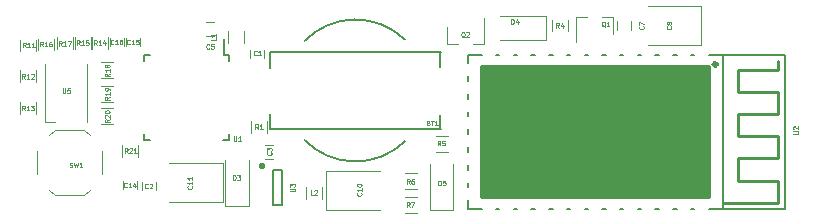
<source format=gbr>
G04 #@! TF.FileFunction,Legend,Top*
%FSLAX46Y46*%
G04 Gerber Fmt 4.6, Leading zero omitted, Abs format (unit mm)*
G04 Created by KiCad (PCBNEW 4.0.6) date 09/09/17 21:27:57*
%MOMM*%
%LPD*%
G01*
G04 APERTURE LIST*
%ADD10C,0.100000*%
%ADD11C,0.127000*%
%ADD12C,0.254000*%
%ADD13C,0.381000*%
%ADD14C,0.150000*%
%ADD15C,0.120000*%
%ADD16C,0.200000*%
%ADD17C,0.080000*%
G04 APERTURE END LIST*
D10*
D11*
X204900000Y-66500000D02*
X204900000Y-79500000D01*
X204900000Y-79500000D02*
X199590000Y-79500000D01*
X199590000Y-66500000D02*
X204900000Y-66500000D01*
D12*
X199750000Y-79000000D02*
X204250000Y-79000000D01*
X204250000Y-79000000D02*
X204250000Y-77125000D01*
X204250000Y-77125000D02*
X200875000Y-77125000D01*
X200875000Y-77125000D02*
X200875000Y-75250000D01*
X200875000Y-75250000D02*
X204250000Y-75250000D01*
X204250000Y-75250000D02*
X204250000Y-73375000D01*
X204250000Y-73375000D02*
X200875000Y-73375000D01*
X200875000Y-73375000D02*
X200875000Y-71500000D01*
X200875000Y-71500000D02*
X204250000Y-71500000D01*
X204250000Y-71500000D02*
X204250000Y-69625000D01*
X204250000Y-69625000D02*
X200875000Y-69625000D01*
X200875000Y-69625000D02*
X200875000Y-67750000D01*
X200875000Y-67750000D02*
X204250000Y-67750000D01*
X204250000Y-67750000D02*
X204250000Y-67006000D01*
D13*
X199082000Y-67285000D02*
G75*
G03X199082000Y-67285000I-127000J0D01*
G01*
D11*
X199590000Y-79500000D02*
X199590000Y-66500000D01*
D13*
G36*
X198383500Y-67534180D02*
X198383500Y-78461000D01*
X179207560Y-78461000D01*
X179207560Y-67534180D01*
X198383500Y-67534180D01*
G37*
X198383500Y-67534180D02*
X198383500Y-78461000D01*
X179207560Y-78461000D01*
X179207560Y-67534180D01*
X198383500Y-67534180D01*
D11*
X178000000Y-78800000D02*
X178000000Y-79500000D01*
X178000000Y-79500000D02*
X179200000Y-79500000D01*
X180400000Y-79500000D02*
X180700000Y-79500000D01*
X181900000Y-79500000D02*
X182200000Y-79500000D01*
X183400000Y-79500000D02*
X183700000Y-79500000D01*
X184900000Y-79500000D02*
X185200000Y-79500000D01*
X186400000Y-79500000D02*
X186700000Y-79500000D01*
X187900000Y-79500000D02*
X188200000Y-79500000D01*
X189400000Y-79500000D02*
X189700000Y-79500000D01*
X190900000Y-79500000D02*
X191200000Y-79500000D01*
X192400000Y-79500000D02*
X192700000Y-79500000D01*
X193900000Y-79500000D02*
X194200000Y-79500000D01*
X195400000Y-79500000D02*
X195700000Y-79500000D01*
X196900000Y-79500000D02*
X197200000Y-79500000D01*
X198400000Y-79500000D02*
X199590000Y-79500000D01*
X198400000Y-66500000D02*
X199590000Y-66500000D01*
X196900000Y-66500000D02*
X197200000Y-66500000D01*
X195400000Y-66500000D02*
X195700000Y-66500000D01*
X193900000Y-66500000D02*
X194200000Y-66500000D01*
X192400000Y-66500000D02*
X192700000Y-66500000D01*
X190900000Y-66500000D02*
X191200000Y-66500000D01*
X189400000Y-66500000D02*
X189700000Y-66500000D01*
X187900000Y-66500000D02*
X188200000Y-66500000D01*
X186400000Y-66500000D02*
X186700000Y-66500000D01*
X184900000Y-66500000D02*
X185200000Y-66500000D01*
X183400000Y-66500000D02*
X183700000Y-66500000D01*
X181900000Y-66500000D02*
X182200000Y-66500000D01*
X180400000Y-66500000D02*
X180700000Y-66500000D01*
X179200000Y-66500000D02*
X178000000Y-66500000D01*
X178000000Y-66500000D02*
X178000000Y-67200000D01*
X178000000Y-68300000D02*
X178000000Y-68700000D01*
X178000000Y-69800000D02*
X178000000Y-70200000D01*
X178000000Y-71300000D02*
X178000000Y-71700000D01*
X178000000Y-72800000D02*
X178000000Y-73200000D01*
X178000000Y-74300000D02*
X178000000Y-74700000D01*
X178000000Y-75800000D02*
X178000000Y-76200000D01*
X178000000Y-77300000D02*
X178000000Y-77700000D01*
D14*
X175700000Y-66300000D02*
X175700000Y-67500000D01*
X161300000Y-72700000D02*
X161300000Y-71500000D01*
X175700000Y-72700000D02*
X175700000Y-71600000D01*
X161300000Y-66300000D02*
X161300000Y-67600000D01*
X164200000Y-73700000D02*
G75*
G03X172700000Y-73800000I4300000J4200000D01*
G01*
X172700000Y-65200000D02*
G75*
G03X164200000Y-65300000I-4200000J-4300000D01*
G01*
X175710000Y-72740000D02*
X161290000Y-72740000D01*
X161290000Y-66260000D02*
X175710000Y-66260000D01*
D15*
X159600000Y-66750000D02*
X159600000Y-66050000D01*
X160800000Y-66050000D02*
X160800000Y-66750000D01*
X148800000Y-77850000D02*
X148800000Y-77150000D01*
X150000000Y-77150000D02*
X150000000Y-77850000D01*
X161550000Y-75300000D02*
X160850000Y-75300000D01*
X160850000Y-74100000D02*
X161550000Y-74100000D01*
X155850000Y-63700000D02*
X156550000Y-63700000D01*
X156550000Y-64900000D02*
X155850000Y-64900000D01*
X190650000Y-64350000D02*
X190650000Y-63650000D01*
X191850000Y-63650000D02*
X191850000Y-64350000D01*
X197800000Y-65650000D02*
X193250000Y-65650000D01*
X197800000Y-62350000D02*
X193250000Y-62350000D01*
X197800000Y-65650000D02*
X197800000Y-62350000D01*
X166000000Y-76350000D02*
X170550000Y-76350000D01*
X166000000Y-79650000D02*
X170550000Y-79650000D01*
X166000000Y-76350000D02*
X166000000Y-79650000D01*
X157300000Y-78950000D02*
X152750000Y-78950000D01*
X157300000Y-75650000D02*
X152750000Y-75650000D01*
X157300000Y-78950000D02*
X157300000Y-75650000D01*
X151600000Y-77250000D02*
X151600000Y-77950000D01*
X150400000Y-77950000D02*
X150400000Y-77250000D01*
X149100000Y-65750000D02*
X149100000Y-65050000D01*
X150300000Y-65050000D02*
X150300000Y-65750000D01*
X147700000Y-65750000D02*
X147700000Y-65050000D01*
X148900000Y-65050000D02*
X148900000Y-65750000D01*
X157500000Y-79250000D02*
X159500000Y-79250000D01*
X159500000Y-79250000D02*
X159500000Y-75350000D01*
X157500000Y-79250000D02*
X157500000Y-75350000D01*
X184650000Y-65200000D02*
X184650000Y-63200000D01*
X184650000Y-63200000D02*
X180750000Y-63200000D01*
X184650000Y-65200000D02*
X180750000Y-65200000D01*
X174800000Y-79650000D02*
X176800000Y-79650000D01*
X176800000Y-79650000D02*
X176800000Y-75750000D01*
X174800000Y-79650000D02*
X174800000Y-75750000D01*
X159080000Y-64500000D02*
X159080000Y-65500000D01*
X157720000Y-65500000D02*
X157720000Y-64500000D01*
X165680000Y-77700000D02*
X165680000Y-78700000D01*
X164320000Y-78700000D02*
X164320000Y-77700000D01*
X190330000Y-63240000D02*
X189400000Y-63240000D01*
X187170000Y-63240000D02*
X188100000Y-63240000D01*
X187170000Y-63240000D02*
X187170000Y-65400000D01*
X190330000Y-63240000D02*
X190330000Y-64700000D01*
X176220000Y-65560000D02*
X177150000Y-65560000D01*
X179380000Y-65560000D02*
X178450000Y-65560000D01*
X179380000Y-65560000D02*
X179380000Y-63400000D01*
X176220000Y-65560000D02*
X176220000Y-64100000D01*
X159620000Y-73100000D02*
X159620000Y-72100000D01*
X160980000Y-72100000D02*
X160980000Y-73100000D01*
X186480000Y-63500000D02*
X186480000Y-64500000D01*
X185120000Y-64500000D02*
X185120000Y-63500000D01*
X176300000Y-74680000D02*
X175300000Y-74680000D01*
X175300000Y-73320000D02*
X176300000Y-73320000D01*
X173700000Y-79880000D02*
X172700000Y-79880000D01*
X172700000Y-78520000D02*
X173700000Y-78520000D01*
X172700000Y-76520000D02*
X173700000Y-76520000D01*
X173700000Y-77880000D02*
X172700000Y-77880000D01*
X140120000Y-66200000D02*
X140120000Y-65200000D01*
X141480000Y-65200000D02*
X141480000Y-66200000D01*
X141480000Y-67800000D02*
X141480000Y-68800000D01*
X140120000Y-68800000D02*
X140120000Y-67800000D01*
X141480000Y-70500000D02*
X141480000Y-71500000D01*
X140120000Y-71500000D02*
X140120000Y-70500000D01*
X146220000Y-66000000D02*
X146220000Y-65000000D01*
X147580000Y-65000000D02*
X147580000Y-66000000D01*
X144720000Y-66000000D02*
X144720000Y-65000000D01*
X146080000Y-65000000D02*
X146080000Y-66000000D01*
X141620000Y-66100000D02*
X141620000Y-65100000D01*
X142980000Y-65100000D02*
X142980000Y-66100000D01*
X143220000Y-66000000D02*
X143220000Y-65000000D01*
X144580000Y-65000000D02*
X144580000Y-66000000D01*
X148000000Y-68480000D02*
X147000000Y-68480000D01*
X147000000Y-67120000D02*
X148000000Y-67120000D01*
X148000000Y-70480000D02*
X147000000Y-70480000D01*
X147000000Y-69120000D02*
X148000000Y-69120000D01*
X148000000Y-72380000D02*
X147000000Y-72380000D01*
X147000000Y-71020000D02*
X148000000Y-71020000D01*
X148720000Y-75100000D02*
X148720000Y-74100000D01*
X150080000Y-74100000D02*
X150080000Y-75100000D01*
X146000000Y-73300000D02*
X145550000Y-72850000D01*
X142600000Y-73300000D02*
X143050000Y-72850000D01*
X142600000Y-77900000D02*
X143050000Y-78350000D01*
X146000000Y-77900000D02*
X145550000Y-78350000D01*
X141550000Y-76600000D02*
X141550000Y-74600000D01*
X145550000Y-72850000D02*
X143050000Y-72850000D01*
X147050000Y-76600000D02*
X147050000Y-74600000D01*
X145550000Y-78350000D02*
X143050000Y-78350000D01*
D14*
X157825000Y-66475000D02*
X157375000Y-66475000D01*
X157825000Y-73725000D02*
X157300000Y-73725000D01*
X150575000Y-73725000D02*
X151100000Y-73725000D01*
X150575000Y-66475000D02*
X151100000Y-66475000D01*
X157825000Y-66475000D02*
X157825000Y-67000000D01*
X150575000Y-66475000D02*
X150575000Y-67000000D01*
X150575000Y-73725000D02*
X150575000Y-73200000D01*
X157825000Y-73725000D02*
X157825000Y-73200000D01*
X157375000Y-66475000D02*
X157375000Y-65100000D01*
D16*
X161500000Y-76200000D02*
X162300000Y-76200000D01*
X162300000Y-76200000D02*
X162300000Y-79200000D01*
X162300000Y-79200000D02*
X161500000Y-79200000D01*
X161500000Y-79200000D02*
X161500000Y-76200000D01*
X160800000Y-75900000D02*
G75*
G03X160800000Y-75900000I-200000J0D01*
G01*
X160400000Y-75900000D02*
X160600000Y-75800000D01*
X160600000Y-75800000D02*
X160800000Y-75900000D01*
X160800000Y-75900000D02*
X160500000Y-76000000D01*
D15*
X142200000Y-72150000D02*
X143100000Y-72150000D01*
X145800000Y-72150000D02*
X145800000Y-67250000D01*
X142200000Y-67250000D02*
X142200000Y-72150000D01*
D17*
X205575252Y-73177557D02*
X205899062Y-73177557D01*
X205937157Y-73158509D01*
X205956205Y-73139462D01*
X205975252Y-73101366D01*
X205975252Y-73025176D01*
X205956205Y-72987081D01*
X205937157Y-72968033D01*
X205899062Y-72948985D01*
X205575252Y-72948985D01*
X205613348Y-72777557D02*
X205594300Y-72758509D01*
X205575252Y-72720414D01*
X205575252Y-72625176D01*
X205594300Y-72587080D01*
X205613348Y-72568033D01*
X205651443Y-72548985D01*
X205689538Y-72548985D01*
X205746681Y-72568033D01*
X205975252Y-72796604D01*
X205975252Y-72548985D01*
X174691714Y-72234429D02*
X174748857Y-72253476D01*
X174767905Y-72272524D01*
X174786953Y-72310619D01*
X174786953Y-72367762D01*
X174767905Y-72405857D01*
X174748857Y-72424905D01*
X174710762Y-72443952D01*
X174558381Y-72443952D01*
X174558381Y-72043952D01*
X174691714Y-72043952D01*
X174729810Y-72063000D01*
X174748857Y-72082048D01*
X174767905Y-72120143D01*
X174767905Y-72158238D01*
X174748857Y-72196333D01*
X174729810Y-72215381D01*
X174691714Y-72234429D01*
X174558381Y-72234429D01*
X174901238Y-72043952D02*
X175129810Y-72043952D01*
X175015524Y-72443952D02*
X175015524Y-72043952D01*
X175472667Y-72443952D02*
X175244095Y-72443952D01*
X175358381Y-72443952D02*
X175358381Y-72043952D01*
X175320286Y-72101095D01*
X175282191Y-72139190D01*
X175244095Y-72158238D01*
X160143834Y-66500357D02*
X160124786Y-66519405D01*
X160067643Y-66538452D01*
X160029548Y-66538452D01*
X159972405Y-66519405D01*
X159934310Y-66481310D01*
X159915262Y-66443214D01*
X159896214Y-66367024D01*
X159896214Y-66309881D01*
X159915262Y-66233690D01*
X159934310Y-66195595D01*
X159972405Y-66157500D01*
X160029548Y-66138452D01*
X160067643Y-66138452D01*
X160124786Y-66157500D01*
X160143834Y-66176548D01*
X160524786Y-66538452D02*
X160296214Y-66538452D01*
X160410500Y-66538452D02*
X160410500Y-66138452D01*
X160372405Y-66195595D01*
X160334310Y-66233690D01*
X160296214Y-66252738D01*
X150936334Y-77739857D02*
X150917286Y-77758905D01*
X150860143Y-77777952D01*
X150822048Y-77777952D01*
X150764905Y-77758905D01*
X150726810Y-77720810D01*
X150707762Y-77682714D01*
X150688714Y-77606524D01*
X150688714Y-77549381D01*
X150707762Y-77473190D01*
X150726810Y-77435095D01*
X150764905Y-77397000D01*
X150822048Y-77377952D01*
X150860143Y-77377952D01*
X150917286Y-77397000D01*
X150936334Y-77416048D01*
X151088714Y-77416048D02*
X151107762Y-77397000D01*
X151145857Y-77377952D01*
X151241095Y-77377952D01*
X151279191Y-77397000D01*
X151298238Y-77416048D01*
X151317286Y-77454143D01*
X151317286Y-77492238D01*
X151298238Y-77549381D01*
X151069667Y-77777952D01*
X151317286Y-77777952D01*
X161369357Y-74742666D02*
X161388405Y-74761714D01*
X161407452Y-74818857D01*
X161407452Y-74856952D01*
X161388405Y-74914095D01*
X161350310Y-74952190D01*
X161312214Y-74971238D01*
X161236024Y-74990286D01*
X161178881Y-74990286D01*
X161102690Y-74971238D01*
X161064595Y-74952190D01*
X161026500Y-74914095D01*
X161007452Y-74856952D01*
X161007452Y-74818857D01*
X161026500Y-74761714D01*
X161045548Y-74742666D01*
X161007452Y-74609333D02*
X161007452Y-74361714D01*
X161159833Y-74495047D01*
X161159833Y-74437905D01*
X161178881Y-74399809D01*
X161197929Y-74380762D01*
X161236024Y-74361714D01*
X161331262Y-74361714D01*
X161369357Y-74380762D01*
X161388405Y-74399809D01*
X161407452Y-74437905D01*
X161407452Y-74552190D01*
X161388405Y-74590286D01*
X161369357Y-74609333D01*
X156133334Y-65942857D02*
X156114286Y-65961905D01*
X156057143Y-65980952D01*
X156019048Y-65980952D01*
X155961905Y-65961905D01*
X155923810Y-65923810D01*
X155904762Y-65885714D01*
X155885714Y-65809524D01*
X155885714Y-65752381D01*
X155904762Y-65676190D01*
X155923810Y-65638095D01*
X155961905Y-65600000D01*
X156019048Y-65580952D01*
X156057143Y-65580952D01*
X156114286Y-65600000D01*
X156133334Y-65619048D01*
X156495238Y-65580952D02*
X156304762Y-65580952D01*
X156285714Y-65771429D01*
X156304762Y-65752381D01*
X156342857Y-65733333D01*
X156438095Y-65733333D01*
X156476191Y-65752381D01*
X156495238Y-65771429D01*
X156514286Y-65809524D01*
X156514286Y-65904762D01*
X156495238Y-65942857D01*
X156476191Y-65961905D01*
X156438095Y-65980952D01*
X156342857Y-65980952D01*
X156304762Y-65961905D01*
X156285714Y-65942857D01*
X192892857Y-64066666D02*
X192911905Y-64085714D01*
X192930952Y-64142857D01*
X192930952Y-64180952D01*
X192911905Y-64238095D01*
X192873810Y-64276190D01*
X192835714Y-64295238D01*
X192759524Y-64314286D01*
X192702381Y-64314286D01*
X192626190Y-64295238D01*
X192588095Y-64276190D01*
X192550000Y-64238095D01*
X192530952Y-64180952D01*
X192530952Y-64142857D01*
X192550000Y-64085714D01*
X192569048Y-64066666D01*
X192530952Y-63933333D02*
X192530952Y-63666666D01*
X192930952Y-63838095D01*
X195214857Y-64074666D02*
X195233905Y-64093714D01*
X195252952Y-64150857D01*
X195252952Y-64188952D01*
X195233905Y-64246095D01*
X195195810Y-64284190D01*
X195157714Y-64303238D01*
X195081524Y-64322286D01*
X195024381Y-64322286D01*
X194948190Y-64303238D01*
X194910095Y-64284190D01*
X194872000Y-64246095D01*
X194852952Y-64188952D01*
X194852952Y-64150857D01*
X194872000Y-64093714D01*
X194891048Y-64074666D01*
X195024381Y-63846095D02*
X195005333Y-63884190D01*
X194986286Y-63903238D01*
X194948190Y-63922286D01*
X194929143Y-63922286D01*
X194891048Y-63903238D01*
X194872000Y-63884190D01*
X194852952Y-63846095D01*
X194852952Y-63769905D01*
X194872000Y-63731809D01*
X194891048Y-63712762D01*
X194929143Y-63693714D01*
X194948190Y-63693714D01*
X194986286Y-63712762D01*
X195005333Y-63731809D01*
X195024381Y-63769905D01*
X195024381Y-63846095D01*
X195043429Y-63884190D01*
X195062476Y-63903238D01*
X195100571Y-63922286D01*
X195176762Y-63922286D01*
X195214857Y-63903238D01*
X195233905Y-63884190D01*
X195252952Y-63846095D01*
X195252952Y-63769905D01*
X195233905Y-63731809D01*
X195214857Y-63712762D01*
X195176762Y-63693714D01*
X195100571Y-63693714D01*
X195062476Y-63712762D01*
X195043429Y-63731809D01*
X195024381Y-63769905D01*
X168989357Y-78171642D02*
X169008405Y-78190690D01*
X169027452Y-78247833D01*
X169027452Y-78285928D01*
X169008405Y-78343071D01*
X168970310Y-78381166D01*
X168932214Y-78400214D01*
X168856024Y-78419262D01*
X168798881Y-78419262D01*
X168722690Y-78400214D01*
X168684595Y-78381166D01*
X168646500Y-78343071D01*
X168627452Y-78285928D01*
X168627452Y-78247833D01*
X168646500Y-78190690D01*
X168665548Y-78171642D01*
X169027452Y-77790690D02*
X169027452Y-78019262D01*
X169027452Y-77904976D02*
X168627452Y-77904976D01*
X168684595Y-77943071D01*
X168722690Y-77981166D01*
X168741738Y-78019262D01*
X168627452Y-77543071D02*
X168627452Y-77504976D01*
X168646500Y-77466881D01*
X168665548Y-77447833D01*
X168703643Y-77428786D01*
X168779833Y-77409738D01*
X168875071Y-77409738D01*
X168951262Y-77428786D01*
X168989357Y-77447833D01*
X169008405Y-77466881D01*
X169027452Y-77504976D01*
X169027452Y-77543071D01*
X169008405Y-77581167D01*
X168989357Y-77600214D01*
X168951262Y-77619262D01*
X168875071Y-77638310D01*
X168779833Y-77638310D01*
X168703643Y-77619262D01*
X168665548Y-77600214D01*
X168646500Y-77581167D01*
X168627452Y-77543071D01*
X154638357Y-77600142D02*
X154657405Y-77619190D01*
X154676452Y-77676333D01*
X154676452Y-77714428D01*
X154657405Y-77771571D01*
X154619310Y-77809666D01*
X154581214Y-77828714D01*
X154505024Y-77847762D01*
X154447881Y-77847762D01*
X154371690Y-77828714D01*
X154333595Y-77809666D01*
X154295500Y-77771571D01*
X154276452Y-77714428D01*
X154276452Y-77676333D01*
X154295500Y-77619190D01*
X154314548Y-77600142D01*
X154676452Y-77219190D02*
X154676452Y-77447762D01*
X154676452Y-77333476D02*
X154276452Y-77333476D01*
X154333595Y-77371571D01*
X154371690Y-77409666D01*
X154390738Y-77447762D01*
X154676452Y-76838238D02*
X154676452Y-77066810D01*
X154676452Y-76952524D02*
X154276452Y-76952524D01*
X154333595Y-76990619D01*
X154371690Y-77028714D01*
X154390738Y-77066810D01*
X149158358Y-77676357D02*
X149139310Y-77695405D01*
X149082167Y-77714452D01*
X149044072Y-77714452D01*
X148986929Y-77695405D01*
X148948834Y-77657310D01*
X148929786Y-77619214D01*
X148910738Y-77543024D01*
X148910738Y-77485881D01*
X148929786Y-77409690D01*
X148948834Y-77371595D01*
X148986929Y-77333500D01*
X149044072Y-77314452D01*
X149082167Y-77314452D01*
X149139310Y-77333500D01*
X149158358Y-77352548D01*
X149539310Y-77714452D02*
X149310738Y-77714452D01*
X149425024Y-77714452D02*
X149425024Y-77314452D01*
X149386929Y-77371595D01*
X149348834Y-77409690D01*
X149310738Y-77428738D01*
X149882167Y-77447786D02*
X149882167Y-77714452D01*
X149786929Y-77295405D02*
X149691690Y-77581119D01*
X149939310Y-77581119D01*
X149412358Y-65547857D02*
X149393310Y-65566905D01*
X149336167Y-65585952D01*
X149298072Y-65585952D01*
X149240929Y-65566905D01*
X149202834Y-65528810D01*
X149183786Y-65490714D01*
X149164738Y-65414524D01*
X149164738Y-65357381D01*
X149183786Y-65281190D01*
X149202834Y-65243095D01*
X149240929Y-65205000D01*
X149298072Y-65185952D01*
X149336167Y-65185952D01*
X149393310Y-65205000D01*
X149412358Y-65224048D01*
X149793310Y-65585952D02*
X149564738Y-65585952D01*
X149679024Y-65585952D02*
X149679024Y-65185952D01*
X149640929Y-65243095D01*
X149602834Y-65281190D01*
X149564738Y-65300238D01*
X150155214Y-65185952D02*
X149964738Y-65185952D01*
X149945690Y-65376429D01*
X149964738Y-65357381D01*
X150002833Y-65338333D01*
X150098071Y-65338333D01*
X150136167Y-65357381D01*
X150155214Y-65376429D01*
X150174262Y-65414524D01*
X150174262Y-65509762D01*
X150155214Y-65547857D01*
X150136167Y-65566905D01*
X150098071Y-65585952D01*
X150002833Y-65585952D01*
X149964738Y-65566905D01*
X149945690Y-65547857D01*
X148015358Y-65547857D02*
X147996310Y-65566905D01*
X147939167Y-65585952D01*
X147901072Y-65585952D01*
X147843929Y-65566905D01*
X147805834Y-65528810D01*
X147786786Y-65490714D01*
X147767738Y-65414524D01*
X147767738Y-65357381D01*
X147786786Y-65281190D01*
X147805834Y-65243095D01*
X147843929Y-65205000D01*
X147901072Y-65185952D01*
X147939167Y-65185952D01*
X147996310Y-65205000D01*
X148015358Y-65224048D01*
X148396310Y-65585952D02*
X148167738Y-65585952D01*
X148282024Y-65585952D02*
X148282024Y-65185952D01*
X148243929Y-65243095D01*
X148205834Y-65281190D01*
X148167738Y-65300238D01*
X148739167Y-65185952D02*
X148662976Y-65185952D01*
X148624881Y-65205000D01*
X148605833Y-65224048D01*
X148567738Y-65281190D01*
X148548690Y-65357381D01*
X148548690Y-65509762D01*
X148567738Y-65547857D01*
X148586786Y-65566905D01*
X148624881Y-65585952D01*
X148701071Y-65585952D01*
X148739167Y-65566905D01*
X148758214Y-65547857D01*
X148777262Y-65509762D01*
X148777262Y-65414524D01*
X148758214Y-65376429D01*
X148739167Y-65357381D01*
X148701071Y-65338333D01*
X148624881Y-65338333D01*
X148586786Y-65357381D01*
X148567738Y-65376429D01*
X148548690Y-65414524D01*
X158137262Y-77079452D02*
X158137262Y-76679452D01*
X158232500Y-76679452D01*
X158289643Y-76698500D01*
X158327738Y-76736595D01*
X158346786Y-76774690D01*
X158365834Y-76850881D01*
X158365834Y-76908024D01*
X158346786Y-76984214D01*
X158327738Y-77022310D01*
X158289643Y-77060405D01*
X158232500Y-77079452D01*
X158137262Y-77079452D01*
X158499167Y-76679452D02*
X158746786Y-76679452D01*
X158613453Y-76831833D01*
X158670595Y-76831833D01*
X158708691Y-76850881D01*
X158727738Y-76869929D01*
X158746786Y-76908024D01*
X158746786Y-77003262D01*
X158727738Y-77041357D01*
X158708691Y-77060405D01*
X158670595Y-77079452D01*
X158556310Y-77079452D01*
X158518214Y-77060405D01*
X158499167Y-77041357D01*
X181695762Y-63871452D02*
X181695762Y-63471452D01*
X181791000Y-63471452D01*
X181848143Y-63490500D01*
X181886238Y-63528595D01*
X181905286Y-63566690D01*
X181924334Y-63642881D01*
X181924334Y-63700024D01*
X181905286Y-63776214D01*
X181886238Y-63814310D01*
X181848143Y-63852405D01*
X181791000Y-63871452D01*
X181695762Y-63871452D01*
X182267191Y-63604786D02*
X182267191Y-63871452D01*
X182171953Y-63452405D02*
X182076714Y-63738119D01*
X182324334Y-63738119D01*
X175536262Y-77523952D02*
X175536262Y-77123952D01*
X175631500Y-77123952D01*
X175688643Y-77143000D01*
X175726738Y-77181095D01*
X175745786Y-77219190D01*
X175764834Y-77295381D01*
X175764834Y-77352524D01*
X175745786Y-77428714D01*
X175726738Y-77466810D01*
X175688643Y-77504905D01*
X175631500Y-77523952D01*
X175536262Y-77523952D01*
X176126738Y-77123952D02*
X175936262Y-77123952D01*
X175917214Y-77314429D01*
X175936262Y-77295381D01*
X175974357Y-77276333D01*
X176069595Y-77276333D01*
X176107691Y-77295381D01*
X176126738Y-77314429D01*
X176145786Y-77352524D01*
X176145786Y-77447762D01*
X176126738Y-77485857D01*
X176107691Y-77504905D01*
X176069595Y-77523952D01*
X175974357Y-77523952D01*
X175936262Y-77504905D01*
X175917214Y-77485857D01*
X156680952Y-65066667D02*
X156680952Y-65257143D01*
X156280952Y-65257143D01*
X156680952Y-64723809D02*
X156680952Y-64952381D01*
X156680952Y-64838095D02*
X156280952Y-64838095D01*
X156338095Y-64876190D01*
X156376190Y-64914285D01*
X156395238Y-64952381D01*
X164906333Y-78349452D02*
X164715857Y-78349452D01*
X164715857Y-77949452D01*
X165020619Y-77987548D02*
X165039667Y-77968500D01*
X165077762Y-77949452D01*
X165173000Y-77949452D01*
X165211096Y-77968500D01*
X165230143Y-77987548D01*
X165249191Y-78025643D01*
X165249191Y-78063738D01*
X165230143Y-78120881D01*
X165001572Y-78349452D01*
X165249191Y-78349452D01*
X189636405Y-64100048D02*
X189598310Y-64081000D01*
X189560214Y-64042905D01*
X189503071Y-63985762D01*
X189464976Y-63966714D01*
X189426881Y-63966714D01*
X189445929Y-64061952D02*
X189407833Y-64042905D01*
X189369738Y-64004810D01*
X189350690Y-63928619D01*
X189350690Y-63795286D01*
X189369738Y-63719095D01*
X189407833Y-63681000D01*
X189445929Y-63661952D01*
X189522119Y-63661952D01*
X189560214Y-63681000D01*
X189598310Y-63719095D01*
X189617357Y-63795286D01*
X189617357Y-63928619D01*
X189598310Y-64004810D01*
X189560214Y-64042905D01*
X189522119Y-64061952D01*
X189445929Y-64061952D01*
X189998310Y-64061952D02*
X189769738Y-64061952D01*
X189884024Y-64061952D02*
X189884024Y-63661952D01*
X189845929Y-63719095D01*
X189807834Y-63757190D01*
X189769738Y-63776238D01*
X177761905Y-64989048D02*
X177723810Y-64970000D01*
X177685714Y-64931905D01*
X177628571Y-64874762D01*
X177590476Y-64855714D01*
X177552381Y-64855714D01*
X177571429Y-64950952D02*
X177533333Y-64931905D01*
X177495238Y-64893810D01*
X177476190Y-64817619D01*
X177476190Y-64684286D01*
X177495238Y-64608095D01*
X177533333Y-64570000D01*
X177571429Y-64550952D01*
X177647619Y-64550952D01*
X177685714Y-64570000D01*
X177723810Y-64608095D01*
X177742857Y-64684286D01*
X177742857Y-64817619D01*
X177723810Y-64893810D01*
X177685714Y-64931905D01*
X177647619Y-64950952D01*
X177571429Y-64950952D01*
X177895238Y-64589048D02*
X177914286Y-64570000D01*
X177952381Y-64550952D01*
X178047619Y-64550952D01*
X178085715Y-64570000D01*
X178104762Y-64589048D01*
X178123810Y-64627143D01*
X178123810Y-64665238D01*
X178104762Y-64722381D01*
X177876191Y-64950952D01*
X178123810Y-64950952D01*
X160270834Y-72761452D02*
X160137500Y-72570976D01*
X160042262Y-72761452D02*
X160042262Y-72361452D01*
X160194643Y-72361452D01*
X160232738Y-72380500D01*
X160251786Y-72399548D01*
X160270834Y-72437643D01*
X160270834Y-72494786D01*
X160251786Y-72532881D01*
X160232738Y-72551929D01*
X160194643Y-72570976D01*
X160042262Y-72570976D01*
X160651786Y-72761452D02*
X160423214Y-72761452D01*
X160537500Y-72761452D02*
X160537500Y-72361452D01*
X160499405Y-72418595D01*
X160461310Y-72456690D01*
X160423214Y-72475738D01*
X185734334Y-64188952D02*
X185601000Y-63998476D01*
X185505762Y-64188952D02*
X185505762Y-63788952D01*
X185658143Y-63788952D01*
X185696238Y-63808000D01*
X185715286Y-63827048D01*
X185734334Y-63865143D01*
X185734334Y-63922286D01*
X185715286Y-63960381D01*
X185696238Y-63979429D01*
X185658143Y-63998476D01*
X185505762Y-63998476D01*
X186077191Y-63922286D02*
X186077191Y-64188952D01*
X185981953Y-63769905D02*
X185886714Y-64055619D01*
X186134334Y-64055619D01*
X175701334Y-74158452D02*
X175568000Y-73967976D01*
X175472762Y-74158452D02*
X175472762Y-73758452D01*
X175625143Y-73758452D01*
X175663238Y-73777500D01*
X175682286Y-73796548D01*
X175701334Y-73834643D01*
X175701334Y-73891786D01*
X175682286Y-73929881D01*
X175663238Y-73948929D01*
X175625143Y-73967976D01*
X175472762Y-73967976D01*
X176063238Y-73758452D02*
X175872762Y-73758452D01*
X175853714Y-73948929D01*
X175872762Y-73929881D01*
X175910857Y-73910833D01*
X176006095Y-73910833D01*
X176044191Y-73929881D01*
X176063238Y-73948929D01*
X176082286Y-73987024D01*
X176082286Y-74082262D01*
X176063238Y-74120357D01*
X176044191Y-74139405D01*
X176006095Y-74158452D01*
X175910857Y-74158452D01*
X175872762Y-74139405D01*
X175853714Y-74120357D01*
X173097834Y-77396952D02*
X172964500Y-77206476D01*
X172869262Y-77396952D02*
X172869262Y-76996952D01*
X173021643Y-76996952D01*
X173059738Y-77016000D01*
X173078786Y-77035048D01*
X173097834Y-77073143D01*
X173097834Y-77130286D01*
X173078786Y-77168381D01*
X173059738Y-77187429D01*
X173021643Y-77206476D01*
X172869262Y-77206476D01*
X173440691Y-76996952D02*
X173364500Y-76996952D01*
X173326405Y-77016000D01*
X173307357Y-77035048D01*
X173269262Y-77092190D01*
X173250214Y-77168381D01*
X173250214Y-77320762D01*
X173269262Y-77358857D01*
X173288310Y-77377905D01*
X173326405Y-77396952D01*
X173402595Y-77396952D01*
X173440691Y-77377905D01*
X173459738Y-77358857D01*
X173478786Y-77320762D01*
X173478786Y-77225524D01*
X173459738Y-77187429D01*
X173440691Y-77168381D01*
X173402595Y-77149333D01*
X173326405Y-77149333D01*
X173288310Y-77168381D01*
X173269262Y-77187429D01*
X173250214Y-77225524D01*
X173097834Y-79365452D02*
X172964500Y-79174976D01*
X172869262Y-79365452D02*
X172869262Y-78965452D01*
X173021643Y-78965452D01*
X173059738Y-78984500D01*
X173078786Y-79003548D01*
X173097834Y-79041643D01*
X173097834Y-79098786D01*
X173078786Y-79136881D01*
X173059738Y-79155929D01*
X173021643Y-79174976D01*
X172869262Y-79174976D01*
X173231167Y-78965452D02*
X173497834Y-78965452D01*
X173326405Y-79365452D01*
X140585858Y-65839952D02*
X140452524Y-65649476D01*
X140357286Y-65839952D02*
X140357286Y-65439952D01*
X140509667Y-65439952D01*
X140547762Y-65459000D01*
X140566810Y-65478048D01*
X140585858Y-65516143D01*
X140585858Y-65573286D01*
X140566810Y-65611381D01*
X140547762Y-65630429D01*
X140509667Y-65649476D01*
X140357286Y-65649476D01*
X140966810Y-65839952D02*
X140738238Y-65839952D01*
X140852524Y-65839952D02*
X140852524Y-65439952D01*
X140814429Y-65497095D01*
X140776334Y-65535190D01*
X140738238Y-65554238D01*
X141347762Y-65839952D02*
X141119190Y-65839952D01*
X141233476Y-65839952D02*
X141233476Y-65439952D01*
X141195381Y-65497095D01*
X141157286Y-65535190D01*
X141119190Y-65554238D01*
X140522358Y-68506952D02*
X140389024Y-68316476D01*
X140293786Y-68506952D02*
X140293786Y-68106952D01*
X140446167Y-68106952D01*
X140484262Y-68126000D01*
X140503310Y-68145048D01*
X140522358Y-68183143D01*
X140522358Y-68240286D01*
X140503310Y-68278381D01*
X140484262Y-68297429D01*
X140446167Y-68316476D01*
X140293786Y-68316476D01*
X140903310Y-68506952D02*
X140674738Y-68506952D01*
X140789024Y-68506952D02*
X140789024Y-68106952D01*
X140750929Y-68164095D01*
X140712834Y-68202190D01*
X140674738Y-68221238D01*
X141055690Y-68145048D02*
X141074738Y-68126000D01*
X141112833Y-68106952D01*
X141208071Y-68106952D01*
X141246167Y-68126000D01*
X141265214Y-68145048D01*
X141284262Y-68183143D01*
X141284262Y-68221238D01*
X141265214Y-68278381D01*
X141036643Y-68506952D01*
X141284262Y-68506952D01*
X140522358Y-71173952D02*
X140389024Y-70983476D01*
X140293786Y-71173952D02*
X140293786Y-70773952D01*
X140446167Y-70773952D01*
X140484262Y-70793000D01*
X140503310Y-70812048D01*
X140522358Y-70850143D01*
X140522358Y-70907286D01*
X140503310Y-70945381D01*
X140484262Y-70964429D01*
X140446167Y-70983476D01*
X140293786Y-70983476D01*
X140903310Y-71173952D02*
X140674738Y-71173952D01*
X140789024Y-71173952D02*
X140789024Y-70773952D01*
X140750929Y-70831095D01*
X140712834Y-70869190D01*
X140674738Y-70888238D01*
X141036643Y-70773952D02*
X141284262Y-70773952D01*
X141150929Y-70926333D01*
X141208071Y-70926333D01*
X141246167Y-70945381D01*
X141265214Y-70964429D01*
X141284262Y-71002524D01*
X141284262Y-71097762D01*
X141265214Y-71135857D01*
X141246167Y-71154905D01*
X141208071Y-71173952D01*
X141093786Y-71173952D01*
X141055690Y-71154905D01*
X141036643Y-71135857D01*
X146618358Y-65649452D02*
X146485024Y-65458976D01*
X146389786Y-65649452D02*
X146389786Y-65249452D01*
X146542167Y-65249452D01*
X146580262Y-65268500D01*
X146599310Y-65287548D01*
X146618358Y-65325643D01*
X146618358Y-65382786D01*
X146599310Y-65420881D01*
X146580262Y-65439929D01*
X146542167Y-65458976D01*
X146389786Y-65458976D01*
X146999310Y-65649452D02*
X146770738Y-65649452D01*
X146885024Y-65649452D02*
X146885024Y-65249452D01*
X146846929Y-65306595D01*
X146808834Y-65344690D01*
X146770738Y-65363738D01*
X147342167Y-65382786D02*
X147342167Y-65649452D01*
X147246929Y-65230405D02*
X147151690Y-65516119D01*
X147399310Y-65516119D01*
X145157858Y-65649452D02*
X145024524Y-65458976D01*
X144929286Y-65649452D02*
X144929286Y-65249452D01*
X145081667Y-65249452D01*
X145119762Y-65268500D01*
X145138810Y-65287548D01*
X145157858Y-65325643D01*
X145157858Y-65382786D01*
X145138810Y-65420881D01*
X145119762Y-65439929D01*
X145081667Y-65458976D01*
X144929286Y-65458976D01*
X145538810Y-65649452D02*
X145310238Y-65649452D01*
X145424524Y-65649452D02*
X145424524Y-65249452D01*
X145386429Y-65306595D01*
X145348334Y-65344690D01*
X145310238Y-65363738D01*
X145900714Y-65249452D02*
X145710238Y-65249452D01*
X145691190Y-65439929D01*
X145710238Y-65420881D01*
X145748333Y-65401833D01*
X145843571Y-65401833D01*
X145881667Y-65420881D01*
X145900714Y-65439929D01*
X145919762Y-65478024D01*
X145919762Y-65573262D01*
X145900714Y-65611357D01*
X145881667Y-65630405D01*
X145843571Y-65649452D01*
X145748333Y-65649452D01*
X145710238Y-65630405D01*
X145691190Y-65611357D01*
X142046358Y-65776452D02*
X141913024Y-65585976D01*
X141817786Y-65776452D02*
X141817786Y-65376452D01*
X141970167Y-65376452D01*
X142008262Y-65395500D01*
X142027310Y-65414548D01*
X142046358Y-65452643D01*
X142046358Y-65509786D01*
X142027310Y-65547881D01*
X142008262Y-65566929D01*
X141970167Y-65585976D01*
X141817786Y-65585976D01*
X142427310Y-65776452D02*
X142198738Y-65776452D01*
X142313024Y-65776452D02*
X142313024Y-65376452D01*
X142274929Y-65433595D01*
X142236834Y-65471690D01*
X142198738Y-65490738D01*
X142770167Y-65376452D02*
X142693976Y-65376452D01*
X142655881Y-65395500D01*
X142636833Y-65414548D01*
X142598738Y-65471690D01*
X142579690Y-65547881D01*
X142579690Y-65700262D01*
X142598738Y-65738357D01*
X142617786Y-65757405D01*
X142655881Y-65776452D01*
X142732071Y-65776452D01*
X142770167Y-65757405D01*
X142789214Y-65738357D01*
X142808262Y-65700262D01*
X142808262Y-65605024D01*
X142789214Y-65566929D01*
X142770167Y-65547881D01*
X142732071Y-65528833D01*
X142655881Y-65528833D01*
X142617786Y-65547881D01*
X142598738Y-65566929D01*
X142579690Y-65605024D01*
X143633858Y-65712952D02*
X143500524Y-65522476D01*
X143405286Y-65712952D02*
X143405286Y-65312952D01*
X143557667Y-65312952D01*
X143595762Y-65332000D01*
X143614810Y-65351048D01*
X143633858Y-65389143D01*
X143633858Y-65446286D01*
X143614810Y-65484381D01*
X143595762Y-65503429D01*
X143557667Y-65522476D01*
X143405286Y-65522476D01*
X144014810Y-65712952D02*
X143786238Y-65712952D01*
X143900524Y-65712952D02*
X143900524Y-65312952D01*
X143862429Y-65370095D01*
X143824334Y-65408190D01*
X143786238Y-65427238D01*
X144148143Y-65312952D02*
X144414810Y-65312952D01*
X144243381Y-65712952D01*
X147691452Y-68075142D02*
X147500976Y-68208476D01*
X147691452Y-68303714D02*
X147291452Y-68303714D01*
X147291452Y-68151333D01*
X147310500Y-68113238D01*
X147329548Y-68094190D01*
X147367643Y-68075142D01*
X147424786Y-68075142D01*
X147462881Y-68094190D01*
X147481929Y-68113238D01*
X147500976Y-68151333D01*
X147500976Y-68303714D01*
X147691452Y-67694190D02*
X147691452Y-67922762D01*
X147691452Y-67808476D02*
X147291452Y-67808476D01*
X147348595Y-67846571D01*
X147386690Y-67884666D01*
X147405738Y-67922762D01*
X147462881Y-67465619D02*
X147443833Y-67503714D01*
X147424786Y-67522762D01*
X147386690Y-67541810D01*
X147367643Y-67541810D01*
X147329548Y-67522762D01*
X147310500Y-67503714D01*
X147291452Y-67465619D01*
X147291452Y-67389429D01*
X147310500Y-67351333D01*
X147329548Y-67332286D01*
X147367643Y-67313238D01*
X147386690Y-67313238D01*
X147424786Y-67332286D01*
X147443833Y-67351333D01*
X147462881Y-67389429D01*
X147462881Y-67465619D01*
X147481929Y-67503714D01*
X147500976Y-67522762D01*
X147539071Y-67541810D01*
X147615262Y-67541810D01*
X147653357Y-67522762D01*
X147672405Y-67503714D01*
X147691452Y-67465619D01*
X147691452Y-67389429D01*
X147672405Y-67351333D01*
X147653357Y-67332286D01*
X147615262Y-67313238D01*
X147539071Y-67313238D01*
X147500976Y-67332286D01*
X147481929Y-67351333D01*
X147462881Y-67389429D01*
X147691452Y-70043642D02*
X147500976Y-70176976D01*
X147691452Y-70272214D02*
X147291452Y-70272214D01*
X147291452Y-70119833D01*
X147310500Y-70081738D01*
X147329548Y-70062690D01*
X147367643Y-70043642D01*
X147424786Y-70043642D01*
X147462881Y-70062690D01*
X147481929Y-70081738D01*
X147500976Y-70119833D01*
X147500976Y-70272214D01*
X147691452Y-69662690D02*
X147691452Y-69891262D01*
X147691452Y-69776976D02*
X147291452Y-69776976D01*
X147348595Y-69815071D01*
X147386690Y-69853166D01*
X147405738Y-69891262D01*
X147691452Y-69472214D02*
X147691452Y-69396024D01*
X147672405Y-69357929D01*
X147653357Y-69338881D01*
X147596214Y-69300786D01*
X147520024Y-69281738D01*
X147367643Y-69281738D01*
X147329548Y-69300786D01*
X147310500Y-69319833D01*
X147291452Y-69357929D01*
X147291452Y-69434119D01*
X147310500Y-69472214D01*
X147329548Y-69491262D01*
X147367643Y-69510310D01*
X147462881Y-69510310D01*
X147500976Y-69491262D01*
X147520024Y-69472214D01*
X147539071Y-69434119D01*
X147539071Y-69357929D01*
X147520024Y-69319833D01*
X147500976Y-69300786D01*
X147462881Y-69281738D01*
X147691452Y-71948642D02*
X147500976Y-72081976D01*
X147691452Y-72177214D02*
X147291452Y-72177214D01*
X147291452Y-72024833D01*
X147310500Y-71986738D01*
X147329548Y-71967690D01*
X147367643Y-71948642D01*
X147424786Y-71948642D01*
X147462881Y-71967690D01*
X147481929Y-71986738D01*
X147500976Y-72024833D01*
X147500976Y-72177214D01*
X147329548Y-71796262D02*
X147310500Y-71777214D01*
X147291452Y-71739119D01*
X147291452Y-71643881D01*
X147310500Y-71605785D01*
X147329548Y-71586738D01*
X147367643Y-71567690D01*
X147405738Y-71567690D01*
X147462881Y-71586738D01*
X147691452Y-71815309D01*
X147691452Y-71567690D01*
X147291452Y-71320071D02*
X147291452Y-71281976D01*
X147310500Y-71243881D01*
X147329548Y-71224833D01*
X147367643Y-71205786D01*
X147443833Y-71186738D01*
X147539071Y-71186738D01*
X147615262Y-71205786D01*
X147653357Y-71224833D01*
X147672405Y-71243881D01*
X147691452Y-71281976D01*
X147691452Y-71320071D01*
X147672405Y-71358167D01*
X147653357Y-71377214D01*
X147615262Y-71396262D01*
X147539071Y-71415310D01*
X147443833Y-71415310D01*
X147367643Y-71396262D01*
X147329548Y-71377214D01*
X147310500Y-71358167D01*
X147291452Y-71320071D01*
X149221858Y-74793452D02*
X149088524Y-74602976D01*
X148993286Y-74793452D02*
X148993286Y-74393452D01*
X149145667Y-74393452D01*
X149183762Y-74412500D01*
X149202810Y-74431548D01*
X149221858Y-74469643D01*
X149221858Y-74526786D01*
X149202810Y-74564881D01*
X149183762Y-74583929D01*
X149145667Y-74602976D01*
X148993286Y-74602976D01*
X149374238Y-74431548D02*
X149393286Y-74412500D01*
X149431381Y-74393452D01*
X149526619Y-74393452D01*
X149564715Y-74412500D01*
X149583762Y-74431548D01*
X149602810Y-74469643D01*
X149602810Y-74507738D01*
X149583762Y-74564881D01*
X149355191Y-74793452D01*
X149602810Y-74793452D01*
X149983762Y-74793452D02*
X149755190Y-74793452D01*
X149869476Y-74793452D02*
X149869476Y-74393452D01*
X149831381Y-74450595D01*
X149793286Y-74488690D01*
X149755190Y-74507738D01*
X144310167Y-75980905D02*
X144367310Y-75999952D01*
X144462548Y-75999952D01*
X144500644Y-75980905D01*
X144519691Y-75961857D01*
X144538739Y-75923762D01*
X144538739Y-75885667D01*
X144519691Y-75847571D01*
X144500644Y-75828524D01*
X144462548Y-75809476D01*
X144386358Y-75790429D01*
X144348263Y-75771381D01*
X144329215Y-75752333D01*
X144310167Y-75714238D01*
X144310167Y-75676143D01*
X144329215Y-75638048D01*
X144348263Y-75619000D01*
X144386358Y-75599952D01*
X144481596Y-75599952D01*
X144538739Y-75619000D01*
X144672072Y-75599952D02*
X144767310Y-75999952D01*
X144843500Y-75714238D01*
X144919691Y-75999952D01*
X145014929Y-75599952D01*
X145376834Y-75999952D02*
X145148262Y-75999952D01*
X145262548Y-75999952D02*
X145262548Y-75599952D01*
X145224453Y-75657095D01*
X145186358Y-75695190D01*
X145148262Y-75714238D01*
X158191238Y-73377452D02*
X158191238Y-73701262D01*
X158210286Y-73739357D01*
X158229333Y-73758405D01*
X158267429Y-73777452D01*
X158343619Y-73777452D01*
X158381714Y-73758405D01*
X158400762Y-73739357D01*
X158419810Y-73701262D01*
X158419810Y-73377452D01*
X158819810Y-73777452D02*
X158591238Y-73777452D01*
X158705524Y-73777452D02*
X158705524Y-73377452D01*
X158667429Y-73434595D01*
X158629334Y-73472690D01*
X158591238Y-73491738D01*
X162975952Y-78028762D02*
X163299762Y-78028762D01*
X163337857Y-78009714D01*
X163356905Y-77990667D01*
X163375952Y-77952571D01*
X163375952Y-77876381D01*
X163356905Y-77838286D01*
X163337857Y-77819238D01*
X163299762Y-77800190D01*
X162975952Y-77800190D01*
X162975952Y-77647809D02*
X162975952Y-77400190D01*
X163128333Y-77533523D01*
X163128333Y-77476381D01*
X163147381Y-77438285D01*
X163166429Y-77419238D01*
X163204524Y-77400190D01*
X163299762Y-77400190D01*
X163337857Y-77419238D01*
X163356905Y-77438285D01*
X163375952Y-77476381D01*
X163375952Y-77590666D01*
X163356905Y-77628762D01*
X163337857Y-77647809D01*
X143713238Y-69313452D02*
X143713238Y-69637262D01*
X143732286Y-69675357D01*
X143751333Y-69694405D01*
X143789429Y-69713452D01*
X143865619Y-69713452D01*
X143903714Y-69694405D01*
X143922762Y-69675357D01*
X143941810Y-69637262D01*
X143941810Y-69313452D01*
X144322762Y-69313452D02*
X144132286Y-69313452D01*
X144113238Y-69503929D01*
X144132286Y-69484881D01*
X144170381Y-69465833D01*
X144265619Y-69465833D01*
X144303715Y-69484881D01*
X144322762Y-69503929D01*
X144341810Y-69542024D01*
X144341810Y-69637262D01*
X144322762Y-69675357D01*
X144303715Y-69694405D01*
X144265619Y-69713452D01*
X144170381Y-69713452D01*
X144132286Y-69694405D01*
X144113238Y-69675357D01*
M02*

</source>
